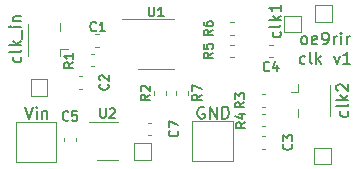
<source format=gto>
G04 #@! TF.GenerationSoftware,KiCad,Pcbnew,5.1.6+dfsg1-1~bpo9+1*
G04 #@! TF.CreationDate,2021-11-05T21:37:23+01:00*
G04 #@! TF.ProjectId,sdrtrx-plutoclk,73647274-7278-42d7-906c-75746f636c6b,rev?*
G04 #@! TF.SameCoordinates,Original*
G04 #@! TF.FileFunction,Legend,Top*
G04 #@! TF.FilePolarity,Positive*
%FSLAX46Y46*%
G04 Gerber Fmt 4.6, Leading zero omitted, Abs format (unit mm)*
G04 Created by KiCad (PCBNEW 5.1.6+dfsg1-1~bpo9+1) date 2021-11-05 21:37:23*
%MOMM*%
%LPD*%
G01*
G04 APERTURE LIST*
%ADD10C,0.150000*%
%ADD11C,0.120000*%
%ADD12R,1.100000X1.100000*%
%ADD13R,2.300000X1.150000*%
%ADD14R,1.150000X1.100000*%
%ADD15R,1.300000X0.750000*%
%ADD16R,3.100000X3.100000*%
G04 APERTURE END LIST*
D10*
X142049595Y-84018500D02*
X141954357Y-83970880D01*
X141811500Y-83970880D01*
X141668642Y-84018500D01*
X141573404Y-84113738D01*
X141525785Y-84208976D01*
X141478166Y-84399452D01*
X141478166Y-84542309D01*
X141525785Y-84732785D01*
X141573404Y-84828023D01*
X141668642Y-84923261D01*
X141811500Y-84970880D01*
X141906738Y-84970880D01*
X142049595Y-84923261D01*
X142097214Y-84875642D01*
X142097214Y-84542309D01*
X141906738Y-84542309D01*
X142525785Y-84970880D02*
X142525785Y-83970880D01*
X143097214Y-84970880D01*
X143097214Y-83970880D01*
X143573404Y-84970880D02*
X143573404Y-83970880D01*
X143811500Y-83970880D01*
X143954357Y-84018500D01*
X144049595Y-84113738D01*
X144097214Y-84208976D01*
X144144833Y-84399452D01*
X144144833Y-84542309D01*
X144097214Y-84732785D01*
X144049595Y-84828023D01*
X143954357Y-84923261D01*
X143811500Y-84970880D01*
X143573404Y-84970880D01*
X126865190Y-83970880D02*
X127198523Y-84970880D01*
X127531857Y-83970880D01*
X127865190Y-84970880D02*
X127865190Y-84304214D01*
X127865190Y-83970880D02*
X127817571Y-84018500D01*
X127865190Y-84066119D01*
X127912809Y-84018500D01*
X127865190Y-83970880D01*
X127865190Y-84066119D01*
X128341380Y-84304214D02*
X128341380Y-84970880D01*
X128341380Y-84399452D02*
X128389000Y-84351833D01*
X128484238Y-84304214D01*
X128627095Y-84304214D01*
X128722333Y-84351833D01*
X128769952Y-84447071D01*
X128769952Y-84970880D01*
X126515761Y-79732000D02*
X126563380Y-79827238D01*
X126563380Y-80017714D01*
X126515761Y-80112952D01*
X126468142Y-80160571D01*
X126372904Y-80208190D01*
X126087190Y-80208190D01*
X125991952Y-80160571D01*
X125944333Y-80112952D01*
X125896714Y-80017714D01*
X125896714Y-79827238D01*
X125944333Y-79732000D01*
X126563380Y-79160571D02*
X126515761Y-79255809D01*
X126420523Y-79303428D01*
X125563380Y-79303428D01*
X126563380Y-78779619D02*
X125563380Y-78779619D01*
X126182428Y-78684380D02*
X126563380Y-78398666D01*
X125896714Y-78398666D02*
X126277666Y-78779619D01*
X126658619Y-78208190D02*
X126658619Y-77446285D01*
X126563380Y-77208190D02*
X125896714Y-77208190D01*
X125563380Y-77208190D02*
X125611000Y-77255809D01*
X125658619Y-77208190D01*
X125611000Y-77160571D01*
X125563380Y-77208190D01*
X125658619Y-77208190D01*
X125896714Y-76732000D02*
X126563380Y-76732000D01*
X125991952Y-76732000D02*
X125944333Y-76684380D01*
X125896714Y-76589142D01*
X125896714Y-76446285D01*
X125944333Y-76351047D01*
X126039571Y-76303428D01*
X126563380Y-76303428D01*
X154201761Y-84343761D02*
X154249380Y-84439000D01*
X154249380Y-84629476D01*
X154201761Y-84724714D01*
X154154142Y-84772333D01*
X154058904Y-84819952D01*
X153773190Y-84819952D01*
X153677952Y-84772333D01*
X153630333Y-84724714D01*
X153582714Y-84629476D01*
X153582714Y-84439000D01*
X153630333Y-84343761D01*
X154249380Y-83772333D02*
X154201761Y-83867571D01*
X154106523Y-83915190D01*
X153249380Y-83915190D01*
X154249380Y-83391380D02*
X153249380Y-83391380D01*
X153868428Y-83296142D02*
X154249380Y-83010428D01*
X153582714Y-83010428D02*
X153963666Y-83391380D01*
X153344619Y-82629476D02*
X153297000Y-82581857D01*
X153249380Y-82486619D01*
X153249380Y-82248523D01*
X153297000Y-82153285D01*
X153344619Y-82105666D01*
X153439857Y-82058047D01*
X153535095Y-82058047D01*
X153677952Y-82105666D01*
X154249380Y-82677095D01*
X154249380Y-82058047D01*
X148486761Y-77612761D02*
X148534380Y-77708000D01*
X148534380Y-77898476D01*
X148486761Y-77993714D01*
X148439142Y-78041333D01*
X148343904Y-78088952D01*
X148058190Y-78088952D01*
X147962952Y-78041333D01*
X147915333Y-77993714D01*
X147867714Y-77898476D01*
X147867714Y-77708000D01*
X147915333Y-77612761D01*
X148534380Y-77041333D02*
X148486761Y-77136571D01*
X148391523Y-77184190D01*
X147534380Y-77184190D01*
X148534380Y-76660380D02*
X147534380Y-76660380D01*
X148153428Y-76565142D02*
X148534380Y-76279428D01*
X147867714Y-76279428D02*
X148248666Y-76660380D01*
X148534380Y-75327047D02*
X148534380Y-75898476D01*
X148534380Y-75612761D02*
X147534380Y-75612761D01*
X147677238Y-75708000D01*
X147772476Y-75803238D01*
X147820095Y-75898476D01*
X150439666Y-78684880D02*
X150344428Y-78637261D01*
X150296809Y-78589642D01*
X150249190Y-78494404D01*
X150249190Y-78208690D01*
X150296809Y-78113452D01*
X150344428Y-78065833D01*
X150439666Y-78018214D01*
X150582523Y-78018214D01*
X150677761Y-78065833D01*
X150725380Y-78113452D01*
X150773000Y-78208690D01*
X150773000Y-78494404D01*
X150725380Y-78589642D01*
X150677761Y-78637261D01*
X150582523Y-78684880D01*
X150439666Y-78684880D01*
X151582523Y-78637261D02*
X151487285Y-78684880D01*
X151296809Y-78684880D01*
X151201571Y-78637261D01*
X151153952Y-78542023D01*
X151153952Y-78161071D01*
X151201571Y-78065833D01*
X151296809Y-78018214D01*
X151487285Y-78018214D01*
X151582523Y-78065833D01*
X151630142Y-78161071D01*
X151630142Y-78256309D01*
X151153952Y-78351547D01*
X152106333Y-78684880D02*
X152296809Y-78684880D01*
X152392047Y-78637261D01*
X152439666Y-78589642D01*
X152534904Y-78446785D01*
X152582523Y-78256309D01*
X152582523Y-77875357D01*
X152534904Y-77780119D01*
X152487285Y-77732500D01*
X152392047Y-77684880D01*
X152201571Y-77684880D01*
X152106333Y-77732500D01*
X152058714Y-77780119D01*
X152011095Y-77875357D01*
X152011095Y-78113452D01*
X152058714Y-78208690D01*
X152106333Y-78256309D01*
X152201571Y-78303928D01*
X152392047Y-78303928D01*
X152487285Y-78256309D01*
X152534904Y-78208690D01*
X152582523Y-78113452D01*
X153011095Y-78684880D02*
X153011095Y-78018214D01*
X153011095Y-78208690D02*
X153058714Y-78113452D01*
X153106333Y-78065833D01*
X153201571Y-78018214D01*
X153296809Y-78018214D01*
X153630142Y-78684880D02*
X153630142Y-78018214D01*
X153630142Y-77684880D02*
X153582523Y-77732500D01*
X153630142Y-77780119D01*
X153677761Y-77732500D01*
X153630142Y-77684880D01*
X153630142Y-77780119D01*
X154106333Y-78684880D02*
X154106333Y-78018214D01*
X154106333Y-78208690D02*
X154153952Y-78113452D01*
X154201571Y-78065833D01*
X154296809Y-78018214D01*
X154392047Y-78018214D01*
X150606333Y-80287261D02*
X150511095Y-80334880D01*
X150320619Y-80334880D01*
X150225380Y-80287261D01*
X150177761Y-80239642D01*
X150130142Y-80144404D01*
X150130142Y-79858690D01*
X150177761Y-79763452D01*
X150225380Y-79715833D01*
X150320619Y-79668214D01*
X150511095Y-79668214D01*
X150606333Y-79715833D01*
X151177761Y-80334880D02*
X151082523Y-80287261D01*
X151034904Y-80192023D01*
X151034904Y-79334880D01*
X151558714Y-80334880D02*
X151558714Y-79334880D01*
X151653952Y-79953928D02*
X151939666Y-80334880D01*
X151939666Y-79668214D02*
X151558714Y-80049166D01*
X153034904Y-79668214D02*
X153273000Y-80334880D01*
X153511095Y-79668214D01*
X154415857Y-80334880D02*
X153844428Y-80334880D01*
X154130142Y-80334880D02*
X154130142Y-79334880D01*
X154034904Y-79477738D01*
X153939666Y-79572976D01*
X153844428Y-79620595D01*
D11*
X136142500Y-88457000D02*
X136142500Y-87057000D01*
X137542500Y-88457000D02*
X136142500Y-88457000D01*
X137542500Y-87057000D02*
X137542500Y-88457000D01*
X136142500Y-87057000D02*
X137542500Y-87057000D01*
X150025000Y-82039000D02*
X150025000Y-82679000D01*
X150025000Y-84839000D02*
X150025000Y-84199000D01*
X150025000Y-82679000D02*
X149395000Y-82679000D01*
X152745000Y-82089000D02*
X152745000Y-84789000D01*
X129884000Y-79710000D02*
X129884000Y-79070000D01*
X129884000Y-76910000D02*
X129884000Y-77550000D01*
X129884000Y-79070000D02*
X130514000Y-79070000D01*
X127164000Y-79660000D02*
X127164000Y-76960000D01*
X151382500Y-87438000D02*
X152782500Y-87438000D01*
X152782500Y-87438000D02*
X152782500Y-88838000D01*
X152782500Y-88838000D02*
X151382500Y-88838000D01*
X151382500Y-88838000D02*
X151382500Y-87438000D01*
X127379500Y-81659500D02*
X128779500Y-81659500D01*
X128779500Y-81659500D02*
X128779500Y-83059500D01*
X128779500Y-83059500D02*
X127379500Y-83059500D01*
X127379500Y-83059500D02*
X127379500Y-81659500D01*
X132958000Y-88478000D02*
X134758000Y-88478000D01*
X134758000Y-85258000D02*
X132308000Y-85258000D01*
X137251221Y-85342000D02*
X137576779Y-85342000D01*
X137251221Y-86362000D02*
X137576779Y-86362000D01*
X131193000Y-86578221D02*
X131193000Y-86903779D01*
X130173000Y-86578221D02*
X130173000Y-86903779D01*
X140718000Y-82641221D02*
X140718000Y-82966779D01*
X139698000Y-82641221D02*
X139698000Y-82966779D01*
X137987000Y-80771000D02*
X139487000Y-80771000D01*
X137987000Y-80771000D02*
X136487000Y-80771000D01*
X137987000Y-76551000D02*
X139487000Y-76551000D01*
X137987000Y-76551000D02*
X135112000Y-76551000D01*
X144587279Y-77853000D02*
X144261721Y-77853000D01*
X144587279Y-76833000D02*
X144261721Y-76833000D01*
X144561779Y-79758000D02*
X144236221Y-79758000D01*
X144561779Y-78738000D02*
X144236221Y-78738000D01*
X147228779Y-85600000D02*
X146903221Y-85600000D01*
X147228779Y-84580000D02*
X146903221Y-84580000D01*
X147228779Y-83949000D02*
X146903221Y-83949000D01*
X147228779Y-82929000D02*
X146903221Y-82929000D01*
X137793000Y-82966779D02*
X137793000Y-82641221D01*
X138813000Y-82966779D02*
X138813000Y-82641221D01*
X132425221Y-79500000D02*
X132750779Y-79500000D01*
X132425221Y-80520000D02*
X132750779Y-80520000D01*
X151446000Y-75373000D02*
X152846000Y-75373000D01*
X152846000Y-75373000D02*
X152846000Y-76773000D01*
X152846000Y-76773000D02*
X151446000Y-76773000D01*
X151446000Y-76773000D02*
X151446000Y-75373000D01*
X141048000Y-85168000D02*
X144448000Y-85168000D01*
X144448000Y-85168000D02*
X144448000Y-88568000D01*
X144448000Y-88568000D02*
X141048000Y-88568000D01*
X141048000Y-88568000D02*
X141048000Y-85168000D01*
X126125500Y-85231500D02*
X129525500Y-85231500D01*
X129525500Y-85231500D02*
X129525500Y-88631500D01*
X129525500Y-88631500D02*
X126125500Y-88631500D01*
X126125500Y-88631500D02*
X126125500Y-85231500D01*
X148842500Y-76262000D02*
X150242500Y-76262000D01*
X150242500Y-76262000D02*
X150242500Y-77662000D01*
X150242500Y-77662000D02*
X148842500Y-77662000D01*
X148842500Y-77662000D02*
X148842500Y-76262000D01*
X147863779Y-79758000D02*
X147538221Y-79758000D01*
X147863779Y-78738000D02*
X147538221Y-78738000D01*
X146903221Y-86485000D02*
X147228779Y-86485000D01*
X146903221Y-87505000D02*
X147228779Y-87505000D01*
X131734779Y-82425000D02*
X131409221Y-82425000D01*
X131734779Y-81405000D02*
X131409221Y-81405000D01*
X133131779Y-78869000D02*
X132806221Y-78869000D01*
X133131779Y-77849000D02*
X132806221Y-77849000D01*
D10*
X133248476Y-84080404D02*
X133248476Y-84728023D01*
X133286571Y-84804214D01*
X133324666Y-84842309D01*
X133400857Y-84880404D01*
X133553238Y-84880404D01*
X133629428Y-84842309D01*
X133667523Y-84804214D01*
X133705619Y-84728023D01*
X133705619Y-84080404D01*
X134048476Y-84156595D02*
X134086571Y-84118500D01*
X134162761Y-84080404D01*
X134353238Y-84080404D01*
X134429428Y-84118500D01*
X134467523Y-84156595D01*
X134505619Y-84232785D01*
X134505619Y-84308976D01*
X134467523Y-84423261D01*
X134010380Y-84880404D01*
X134505619Y-84880404D01*
X139795214Y-85985333D02*
X139833309Y-86023428D01*
X139871404Y-86137714D01*
X139871404Y-86213904D01*
X139833309Y-86328190D01*
X139757119Y-86404380D01*
X139680928Y-86442476D01*
X139528547Y-86480571D01*
X139414261Y-86480571D01*
X139261880Y-86442476D01*
X139185690Y-86404380D01*
X139109500Y-86328190D01*
X139071404Y-86213904D01*
X139071404Y-86137714D01*
X139109500Y-86023428D01*
X139147595Y-85985333D01*
X139071404Y-85718666D02*
X139071404Y-85185333D01*
X139871404Y-85528190D01*
X130549666Y-85058214D02*
X130511571Y-85096309D01*
X130397285Y-85134404D01*
X130321095Y-85134404D01*
X130206809Y-85096309D01*
X130130619Y-85020119D01*
X130092523Y-84943928D01*
X130054428Y-84791547D01*
X130054428Y-84677261D01*
X130092523Y-84524880D01*
X130130619Y-84448690D01*
X130206809Y-84372500D01*
X130321095Y-84334404D01*
X130397285Y-84334404D01*
X130511571Y-84372500D01*
X130549666Y-84410595D01*
X131273476Y-84334404D02*
X130892523Y-84334404D01*
X130854428Y-84715357D01*
X130892523Y-84677261D01*
X130968714Y-84639166D01*
X131159190Y-84639166D01*
X131235380Y-84677261D01*
X131273476Y-84715357D01*
X131311571Y-84791547D01*
X131311571Y-84982023D01*
X131273476Y-85058214D01*
X131235380Y-85096309D01*
X131159190Y-85134404D01*
X130968714Y-85134404D01*
X130892523Y-85096309D01*
X130854428Y-85058214D01*
X141839904Y-82937333D02*
X141458952Y-83204000D01*
X141839904Y-83394476D02*
X141039904Y-83394476D01*
X141039904Y-83089714D01*
X141078000Y-83013523D01*
X141116095Y-82975428D01*
X141192285Y-82937333D01*
X141306571Y-82937333D01*
X141382761Y-82975428D01*
X141420857Y-83013523D01*
X141458952Y-83089714D01*
X141458952Y-83394476D01*
X141039904Y-82670666D02*
X141039904Y-82137333D01*
X141839904Y-82480190D01*
X137375976Y-75507904D02*
X137375976Y-76155523D01*
X137414071Y-76231714D01*
X137452166Y-76269809D01*
X137528357Y-76307904D01*
X137680738Y-76307904D01*
X137756928Y-76269809D01*
X137795023Y-76231714D01*
X137833119Y-76155523D01*
X137833119Y-75507904D01*
X138633119Y-76307904D02*
X138175976Y-76307904D01*
X138404547Y-76307904D02*
X138404547Y-75507904D01*
X138328357Y-75622190D01*
X138252166Y-75698380D01*
X138175976Y-75736476D01*
X142792404Y-77476333D02*
X142411452Y-77743000D01*
X142792404Y-77933476D02*
X141992404Y-77933476D01*
X141992404Y-77628714D01*
X142030500Y-77552523D01*
X142068595Y-77514428D01*
X142144785Y-77476333D01*
X142259071Y-77476333D01*
X142335261Y-77514428D01*
X142373357Y-77552523D01*
X142411452Y-77628714D01*
X142411452Y-77933476D01*
X141992404Y-76790619D02*
X141992404Y-76943000D01*
X142030500Y-77019190D01*
X142068595Y-77057285D01*
X142182880Y-77133476D01*
X142335261Y-77171571D01*
X142640023Y-77171571D01*
X142716214Y-77133476D01*
X142754309Y-77095380D01*
X142792404Y-77019190D01*
X142792404Y-76866809D01*
X142754309Y-76790619D01*
X142716214Y-76752523D01*
X142640023Y-76714428D01*
X142449547Y-76714428D01*
X142373357Y-76752523D01*
X142335261Y-76790619D01*
X142297166Y-76866809D01*
X142297166Y-77019190D01*
X142335261Y-77095380D01*
X142373357Y-77133476D01*
X142449547Y-77171571D01*
X142792404Y-79381333D02*
X142411452Y-79648000D01*
X142792404Y-79838476D02*
X141992404Y-79838476D01*
X141992404Y-79533714D01*
X142030500Y-79457523D01*
X142068595Y-79419428D01*
X142144785Y-79381333D01*
X142259071Y-79381333D01*
X142335261Y-79419428D01*
X142373357Y-79457523D01*
X142411452Y-79533714D01*
X142411452Y-79838476D01*
X141992404Y-78657523D02*
X141992404Y-79038476D01*
X142373357Y-79076571D01*
X142335261Y-79038476D01*
X142297166Y-78962285D01*
X142297166Y-78771809D01*
X142335261Y-78695619D01*
X142373357Y-78657523D01*
X142449547Y-78619428D01*
X142640023Y-78619428D01*
X142716214Y-78657523D01*
X142754309Y-78695619D01*
X142792404Y-78771809D01*
X142792404Y-78962285D01*
X142754309Y-79038476D01*
X142716214Y-79076571D01*
X145522904Y-85286833D02*
X145141952Y-85553500D01*
X145522904Y-85743976D02*
X144722904Y-85743976D01*
X144722904Y-85439214D01*
X144761000Y-85363023D01*
X144799095Y-85324928D01*
X144875285Y-85286833D01*
X144989571Y-85286833D01*
X145065761Y-85324928D01*
X145103857Y-85363023D01*
X145141952Y-85439214D01*
X145141952Y-85743976D01*
X144989571Y-84601119D02*
X145522904Y-84601119D01*
X144684809Y-84791595D02*
X145256238Y-84982071D01*
X145256238Y-84486833D01*
X145459404Y-83572333D02*
X145078452Y-83839000D01*
X145459404Y-84029476D02*
X144659404Y-84029476D01*
X144659404Y-83724714D01*
X144697500Y-83648523D01*
X144735595Y-83610428D01*
X144811785Y-83572333D01*
X144926071Y-83572333D01*
X145002261Y-83610428D01*
X145040357Y-83648523D01*
X145078452Y-83724714D01*
X145078452Y-84029476D01*
X144659404Y-83305666D02*
X144659404Y-82810428D01*
X144964166Y-83077095D01*
X144964166Y-82962809D01*
X145002261Y-82886619D01*
X145040357Y-82848523D01*
X145116547Y-82810428D01*
X145307023Y-82810428D01*
X145383214Y-82848523D01*
X145421309Y-82886619D01*
X145459404Y-82962809D01*
X145459404Y-83191380D01*
X145421309Y-83267571D01*
X145383214Y-83305666D01*
X137458404Y-82937333D02*
X137077452Y-83204000D01*
X137458404Y-83394476D02*
X136658404Y-83394476D01*
X136658404Y-83089714D01*
X136696500Y-83013523D01*
X136734595Y-82975428D01*
X136810785Y-82937333D01*
X136925071Y-82937333D01*
X137001261Y-82975428D01*
X137039357Y-83013523D01*
X137077452Y-83089714D01*
X137077452Y-83394476D01*
X136734595Y-82632571D02*
X136696500Y-82594476D01*
X136658404Y-82518285D01*
X136658404Y-82327809D01*
X136696500Y-82251619D01*
X136734595Y-82213523D01*
X136810785Y-82175428D01*
X136886976Y-82175428D01*
X137001261Y-82213523D01*
X137458404Y-82670666D01*
X137458404Y-82175428D01*
X130981404Y-80206833D02*
X130600452Y-80473500D01*
X130981404Y-80663976D02*
X130181404Y-80663976D01*
X130181404Y-80359214D01*
X130219500Y-80283023D01*
X130257595Y-80244928D01*
X130333785Y-80206833D01*
X130448071Y-80206833D01*
X130524261Y-80244928D01*
X130562357Y-80283023D01*
X130600452Y-80359214D01*
X130600452Y-80663976D01*
X130981404Y-79444928D02*
X130981404Y-79902071D01*
X130981404Y-79673500D02*
X130181404Y-79673500D01*
X130295690Y-79749690D01*
X130371880Y-79825880D01*
X130409976Y-79902071D01*
X147567666Y-80867214D02*
X147529571Y-80905309D01*
X147415285Y-80943404D01*
X147339095Y-80943404D01*
X147224809Y-80905309D01*
X147148619Y-80829119D01*
X147110523Y-80752928D01*
X147072428Y-80600547D01*
X147072428Y-80486261D01*
X147110523Y-80333880D01*
X147148619Y-80257690D01*
X147224809Y-80181500D01*
X147339095Y-80143404D01*
X147415285Y-80143404D01*
X147529571Y-80181500D01*
X147567666Y-80219595D01*
X148253380Y-80410071D02*
X148253380Y-80943404D01*
X148062904Y-80105309D02*
X147872428Y-80676738D01*
X148367666Y-80676738D01*
X149447214Y-87128333D02*
X149485309Y-87166428D01*
X149523404Y-87280714D01*
X149523404Y-87356904D01*
X149485309Y-87471190D01*
X149409119Y-87547380D01*
X149332928Y-87585476D01*
X149180547Y-87623571D01*
X149066261Y-87623571D01*
X148913880Y-87585476D01*
X148837690Y-87547380D01*
X148761500Y-87471190D01*
X148723404Y-87356904D01*
X148723404Y-87280714D01*
X148761500Y-87166428D01*
X148799595Y-87128333D01*
X148723404Y-86861666D02*
X148723404Y-86366428D01*
X149028166Y-86633095D01*
X149028166Y-86518809D01*
X149066261Y-86442619D01*
X149104357Y-86404523D01*
X149180547Y-86366428D01*
X149371023Y-86366428D01*
X149447214Y-86404523D01*
X149485309Y-86442619D01*
X149523404Y-86518809D01*
X149523404Y-86747380D01*
X149485309Y-86823571D01*
X149447214Y-86861666D01*
X133889714Y-82048333D02*
X133927809Y-82086428D01*
X133965904Y-82200714D01*
X133965904Y-82276904D01*
X133927809Y-82391190D01*
X133851619Y-82467380D01*
X133775428Y-82505476D01*
X133623047Y-82543571D01*
X133508761Y-82543571D01*
X133356380Y-82505476D01*
X133280190Y-82467380D01*
X133204000Y-82391190D01*
X133165904Y-82276904D01*
X133165904Y-82200714D01*
X133204000Y-82086428D01*
X133242095Y-82048333D01*
X133242095Y-81743571D02*
X133204000Y-81705476D01*
X133165904Y-81629285D01*
X133165904Y-81438809D01*
X133204000Y-81362619D01*
X133242095Y-81324523D01*
X133318285Y-81286428D01*
X133394476Y-81286428D01*
X133508761Y-81324523D01*
X133965904Y-81781666D01*
X133965904Y-81286428D01*
X132899166Y-77501714D02*
X132861071Y-77539809D01*
X132746785Y-77577904D01*
X132670595Y-77577904D01*
X132556309Y-77539809D01*
X132480119Y-77463619D01*
X132442023Y-77387428D01*
X132403928Y-77235047D01*
X132403928Y-77120761D01*
X132442023Y-76968380D01*
X132480119Y-76892190D01*
X132556309Y-76816000D01*
X132670595Y-76777904D01*
X132746785Y-76777904D01*
X132861071Y-76816000D01*
X132899166Y-76854095D01*
X133661071Y-77577904D02*
X133203928Y-77577904D01*
X133432500Y-77577904D02*
X133432500Y-76777904D01*
X133356309Y-76892190D01*
X133280119Y-76968380D01*
X133203928Y-77006476D01*
%LPC*%
D12*
X136842500Y-87757000D03*
D13*
X151385000Y-81964000D03*
D14*
X149860000Y-83439000D03*
D13*
X151385000Y-84914000D03*
X128524000Y-79785000D03*
D14*
X130049000Y-78310000D03*
D13*
X128524000Y-76835000D03*
D12*
X152082500Y-88138000D03*
X128079500Y-82359500D03*
D15*
X135008000Y-85918000D03*
X135008000Y-87818000D03*
X132708000Y-87818000D03*
X132708000Y-86868000D03*
X132708000Y-85918000D03*
G36*
G01*
X137714000Y-86133250D02*
X137714000Y-85570750D01*
G75*
G02*
X137957750Y-85327000I243750J0D01*
G01*
X138445250Y-85327000D01*
G75*
G02*
X138689000Y-85570750I0J-243750D01*
G01*
X138689000Y-86133250D01*
G75*
G02*
X138445250Y-86377000I-243750J0D01*
G01*
X137957750Y-86377000D01*
G75*
G02*
X137714000Y-86133250I0J243750D01*
G01*
G37*
G36*
G01*
X136139000Y-86133250D02*
X136139000Y-85570750D01*
G75*
G02*
X136382750Y-85327000I243750J0D01*
G01*
X136870250Y-85327000D01*
G75*
G02*
X137114000Y-85570750I0J-243750D01*
G01*
X137114000Y-86133250D01*
G75*
G02*
X136870250Y-86377000I-243750J0D01*
G01*
X136382750Y-86377000D01*
G75*
G02*
X136139000Y-86133250I0J243750D01*
G01*
G37*
G36*
G01*
X130401750Y-87041000D02*
X130964250Y-87041000D01*
G75*
G02*
X131208000Y-87284750I0J-243750D01*
G01*
X131208000Y-87772250D01*
G75*
G02*
X130964250Y-88016000I-243750J0D01*
G01*
X130401750Y-88016000D01*
G75*
G02*
X130158000Y-87772250I0J243750D01*
G01*
X130158000Y-87284750D01*
G75*
G02*
X130401750Y-87041000I243750J0D01*
G01*
G37*
G36*
G01*
X130401750Y-85466000D02*
X130964250Y-85466000D01*
G75*
G02*
X131208000Y-85709750I0J-243750D01*
G01*
X131208000Y-86197250D01*
G75*
G02*
X130964250Y-86441000I-243750J0D01*
G01*
X130401750Y-86441000D01*
G75*
G02*
X130158000Y-86197250I0J243750D01*
G01*
X130158000Y-85709750D01*
G75*
G02*
X130401750Y-85466000I243750J0D01*
G01*
G37*
G36*
G01*
X139926750Y-83104000D02*
X140489250Y-83104000D01*
G75*
G02*
X140733000Y-83347750I0J-243750D01*
G01*
X140733000Y-83835250D01*
G75*
G02*
X140489250Y-84079000I-243750J0D01*
G01*
X139926750Y-84079000D01*
G75*
G02*
X139683000Y-83835250I0J243750D01*
G01*
X139683000Y-83347750D01*
G75*
G02*
X139926750Y-83104000I243750J0D01*
G01*
G37*
G36*
G01*
X139926750Y-81529000D02*
X140489250Y-81529000D01*
G75*
G02*
X140733000Y-81772750I0J-243750D01*
G01*
X140733000Y-82260250D01*
G75*
G02*
X140489250Y-82504000I-243750J0D01*
G01*
X139926750Y-82504000D01*
G75*
G02*
X139683000Y-82260250I0J243750D01*
G01*
X139683000Y-81772750D01*
G75*
G02*
X139926750Y-81529000I243750J0D01*
G01*
G37*
G36*
G01*
X139362000Y-77161000D02*
X139362000Y-76911000D01*
G75*
G02*
X139487000Y-76786000I125000J0D01*
G01*
X140787000Y-76786000D01*
G75*
G02*
X140912000Y-76911000I0J-125000D01*
G01*
X140912000Y-77161000D01*
G75*
G02*
X140787000Y-77286000I-125000J0D01*
G01*
X139487000Y-77286000D01*
G75*
G02*
X139362000Y-77161000I0J125000D01*
G01*
G37*
G36*
G01*
X139362000Y-77811000D02*
X139362000Y-77561000D01*
G75*
G02*
X139487000Y-77436000I125000J0D01*
G01*
X140787000Y-77436000D01*
G75*
G02*
X140912000Y-77561000I0J-125000D01*
G01*
X140912000Y-77811000D01*
G75*
G02*
X140787000Y-77936000I-125000J0D01*
G01*
X139487000Y-77936000D01*
G75*
G02*
X139362000Y-77811000I0J125000D01*
G01*
G37*
G36*
G01*
X139362000Y-78461000D02*
X139362000Y-78211000D01*
G75*
G02*
X139487000Y-78086000I125000J0D01*
G01*
X140787000Y-78086000D01*
G75*
G02*
X140912000Y-78211000I0J-125000D01*
G01*
X140912000Y-78461000D01*
G75*
G02*
X140787000Y-78586000I-125000J0D01*
G01*
X139487000Y-78586000D01*
G75*
G02*
X139362000Y-78461000I0J125000D01*
G01*
G37*
G36*
G01*
X139362000Y-79111000D02*
X139362000Y-78861000D01*
G75*
G02*
X139487000Y-78736000I125000J0D01*
G01*
X140787000Y-78736000D01*
G75*
G02*
X140912000Y-78861000I0J-125000D01*
G01*
X140912000Y-79111000D01*
G75*
G02*
X140787000Y-79236000I-125000J0D01*
G01*
X139487000Y-79236000D01*
G75*
G02*
X139362000Y-79111000I0J125000D01*
G01*
G37*
G36*
G01*
X139362000Y-79761000D02*
X139362000Y-79511000D01*
G75*
G02*
X139487000Y-79386000I125000J0D01*
G01*
X140787000Y-79386000D01*
G75*
G02*
X140912000Y-79511000I0J-125000D01*
G01*
X140912000Y-79761000D01*
G75*
G02*
X140787000Y-79886000I-125000J0D01*
G01*
X139487000Y-79886000D01*
G75*
G02*
X139362000Y-79761000I0J125000D01*
G01*
G37*
G36*
G01*
X139362000Y-80411000D02*
X139362000Y-80161000D01*
G75*
G02*
X139487000Y-80036000I125000J0D01*
G01*
X140787000Y-80036000D01*
G75*
G02*
X140912000Y-80161000I0J-125000D01*
G01*
X140912000Y-80411000D01*
G75*
G02*
X140787000Y-80536000I-125000J0D01*
G01*
X139487000Y-80536000D01*
G75*
G02*
X139362000Y-80411000I0J125000D01*
G01*
G37*
G36*
G01*
X135062000Y-80411000D02*
X135062000Y-80161000D01*
G75*
G02*
X135187000Y-80036000I125000J0D01*
G01*
X136487000Y-80036000D01*
G75*
G02*
X136612000Y-80161000I0J-125000D01*
G01*
X136612000Y-80411000D01*
G75*
G02*
X136487000Y-80536000I-125000J0D01*
G01*
X135187000Y-80536000D01*
G75*
G02*
X135062000Y-80411000I0J125000D01*
G01*
G37*
G36*
G01*
X135062000Y-79761000D02*
X135062000Y-79511000D01*
G75*
G02*
X135187000Y-79386000I125000J0D01*
G01*
X136487000Y-79386000D01*
G75*
G02*
X136612000Y-79511000I0J-125000D01*
G01*
X136612000Y-79761000D01*
G75*
G02*
X136487000Y-79886000I-125000J0D01*
G01*
X135187000Y-79886000D01*
G75*
G02*
X135062000Y-79761000I0J125000D01*
G01*
G37*
G36*
G01*
X135062000Y-79111000D02*
X135062000Y-78861000D01*
G75*
G02*
X135187000Y-78736000I125000J0D01*
G01*
X136487000Y-78736000D01*
G75*
G02*
X136612000Y-78861000I0J-125000D01*
G01*
X136612000Y-79111000D01*
G75*
G02*
X136487000Y-79236000I-125000J0D01*
G01*
X135187000Y-79236000D01*
G75*
G02*
X135062000Y-79111000I0J125000D01*
G01*
G37*
G36*
G01*
X135062000Y-78461000D02*
X135062000Y-78211000D01*
G75*
G02*
X135187000Y-78086000I125000J0D01*
G01*
X136487000Y-78086000D01*
G75*
G02*
X136612000Y-78211000I0J-125000D01*
G01*
X136612000Y-78461000D01*
G75*
G02*
X136487000Y-78586000I-125000J0D01*
G01*
X135187000Y-78586000D01*
G75*
G02*
X135062000Y-78461000I0J125000D01*
G01*
G37*
G36*
G01*
X135062000Y-77811000D02*
X135062000Y-77561000D01*
G75*
G02*
X135187000Y-77436000I125000J0D01*
G01*
X136487000Y-77436000D01*
G75*
G02*
X136612000Y-77561000I0J-125000D01*
G01*
X136612000Y-77811000D01*
G75*
G02*
X136487000Y-77936000I-125000J0D01*
G01*
X135187000Y-77936000D01*
G75*
G02*
X135062000Y-77811000I0J125000D01*
G01*
G37*
G36*
G01*
X135062000Y-77161000D02*
X135062000Y-76911000D01*
G75*
G02*
X135187000Y-76786000I125000J0D01*
G01*
X136487000Y-76786000D01*
G75*
G02*
X136612000Y-76911000I0J-125000D01*
G01*
X136612000Y-77161000D01*
G75*
G02*
X136487000Y-77286000I-125000J0D01*
G01*
X135187000Y-77286000D01*
G75*
G02*
X135062000Y-77161000I0J125000D01*
G01*
G37*
G36*
G01*
X144124500Y-77061750D02*
X144124500Y-77624250D01*
G75*
G02*
X143880750Y-77868000I-243750J0D01*
G01*
X143393250Y-77868000D01*
G75*
G02*
X143149500Y-77624250I0J243750D01*
G01*
X143149500Y-77061750D01*
G75*
G02*
X143393250Y-76818000I243750J0D01*
G01*
X143880750Y-76818000D01*
G75*
G02*
X144124500Y-77061750I0J-243750D01*
G01*
G37*
G36*
G01*
X145699500Y-77061750D02*
X145699500Y-77624250D01*
G75*
G02*
X145455750Y-77868000I-243750J0D01*
G01*
X144968250Y-77868000D01*
G75*
G02*
X144724500Y-77624250I0J243750D01*
G01*
X144724500Y-77061750D01*
G75*
G02*
X144968250Y-76818000I243750J0D01*
G01*
X145455750Y-76818000D01*
G75*
G02*
X145699500Y-77061750I0J-243750D01*
G01*
G37*
G36*
G01*
X144099000Y-78966750D02*
X144099000Y-79529250D01*
G75*
G02*
X143855250Y-79773000I-243750J0D01*
G01*
X143367750Y-79773000D01*
G75*
G02*
X143124000Y-79529250I0J243750D01*
G01*
X143124000Y-78966750D01*
G75*
G02*
X143367750Y-78723000I243750J0D01*
G01*
X143855250Y-78723000D01*
G75*
G02*
X144099000Y-78966750I0J-243750D01*
G01*
G37*
G36*
G01*
X145674000Y-78966750D02*
X145674000Y-79529250D01*
G75*
G02*
X145430250Y-79773000I-243750J0D01*
G01*
X144942750Y-79773000D01*
G75*
G02*
X144699000Y-79529250I0J243750D01*
G01*
X144699000Y-78966750D01*
G75*
G02*
X144942750Y-78723000I243750J0D01*
G01*
X145430250Y-78723000D01*
G75*
G02*
X145674000Y-78966750I0J-243750D01*
G01*
G37*
G36*
G01*
X146766000Y-84808750D02*
X146766000Y-85371250D01*
G75*
G02*
X146522250Y-85615000I-243750J0D01*
G01*
X146034750Y-85615000D01*
G75*
G02*
X145791000Y-85371250I0J243750D01*
G01*
X145791000Y-84808750D01*
G75*
G02*
X146034750Y-84565000I243750J0D01*
G01*
X146522250Y-84565000D01*
G75*
G02*
X146766000Y-84808750I0J-243750D01*
G01*
G37*
G36*
G01*
X148341000Y-84808750D02*
X148341000Y-85371250D01*
G75*
G02*
X148097250Y-85615000I-243750J0D01*
G01*
X147609750Y-85615000D01*
G75*
G02*
X147366000Y-85371250I0J243750D01*
G01*
X147366000Y-84808750D01*
G75*
G02*
X147609750Y-84565000I243750J0D01*
G01*
X148097250Y-84565000D01*
G75*
G02*
X148341000Y-84808750I0J-243750D01*
G01*
G37*
G36*
G01*
X146766000Y-83157750D02*
X146766000Y-83720250D01*
G75*
G02*
X146522250Y-83964000I-243750J0D01*
G01*
X146034750Y-83964000D01*
G75*
G02*
X145791000Y-83720250I0J243750D01*
G01*
X145791000Y-83157750D01*
G75*
G02*
X146034750Y-82914000I243750J0D01*
G01*
X146522250Y-82914000D01*
G75*
G02*
X146766000Y-83157750I0J-243750D01*
G01*
G37*
G36*
G01*
X148341000Y-83157750D02*
X148341000Y-83720250D01*
G75*
G02*
X148097250Y-83964000I-243750J0D01*
G01*
X147609750Y-83964000D01*
G75*
G02*
X147366000Y-83720250I0J243750D01*
G01*
X147366000Y-83157750D01*
G75*
G02*
X147609750Y-82914000I243750J0D01*
G01*
X148097250Y-82914000D01*
G75*
G02*
X148341000Y-83157750I0J-243750D01*
G01*
G37*
G36*
G01*
X138584250Y-82504000D02*
X138021750Y-82504000D01*
G75*
G02*
X137778000Y-82260250I0J243750D01*
G01*
X137778000Y-81772750D01*
G75*
G02*
X138021750Y-81529000I243750J0D01*
G01*
X138584250Y-81529000D01*
G75*
G02*
X138828000Y-81772750I0J-243750D01*
G01*
X138828000Y-82260250D01*
G75*
G02*
X138584250Y-82504000I-243750J0D01*
G01*
G37*
G36*
G01*
X138584250Y-84079000D02*
X138021750Y-84079000D01*
G75*
G02*
X137778000Y-83835250I0J243750D01*
G01*
X137778000Y-83347750D01*
G75*
G02*
X138021750Y-83104000I243750J0D01*
G01*
X138584250Y-83104000D01*
G75*
G02*
X138828000Y-83347750I0J-243750D01*
G01*
X138828000Y-83835250D01*
G75*
G02*
X138584250Y-84079000I-243750J0D01*
G01*
G37*
G36*
G01*
X132888000Y-80291250D02*
X132888000Y-79728750D01*
G75*
G02*
X133131750Y-79485000I243750J0D01*
G01*
X133619250Y-79485000D01*
G75*
G02*
X133863000Y-79728750I0J-243750D01*
G01*
X133863000Y-80291250D01*
G75*
G02*
X133619250Y-80535000I-243750J0D01*
G01*
X133131750Y-80535000D01*
G75*
G02*
X132888000Y-80291250I0J243750D01*
G01*
G37*
G36*
G01*
X131313000Y-80291250D02*
X131313000Y-79728750D01*
G75*
G02*
X131556750Y-79485000I243750J0D01*
G01*
X132044250Y-79485000D01*
G75*
G02*
X132288000Y-79728750I0J-243750D01*
G01*
X132288000Y-80291250D01*
G75*
G02*
X132044250Y-80535000I-243750J0D01*
G01*
X131556750Y-80535000D01*
G75*
G02*
X131313000Y-80291250I0J243750D01*
G01*
G37*
D12*
X152146000Y-76073000D03*
D16*
X142748000Y-86868000D03*
X127825500Y-86931500D03*
D12*
X149542500Y-76962000D03*
G36*
G01*
X147401000Y-78966750D02*
X147401000Y-79529250D01*
G75*
G02*
X147157250Y-79773000I-243750J0D01*
G01*
X146669750Y-79773000D01*
G75*
G02*
X146426000Y-79529250I0J243750D01*
G01*
X146426000Y-78966750D01*
G75*
G02*
X146669750Y-78723000I243750J0D01*
G01*
X147157250Y-78723000D01*
G75*
G02*
X147401000Y-78966750I0J-243750D01*
G01*
G37*
G36*
G01*
X148976000Y-78966750D02*
X148976000Y-79529250D01*
G75*
G02*
X148732250Y-79773000I-243750J0D01*
G01*
X148244750Y-79773000D01*
G75*
G02*
X148001000Y-79529250I0J243750D01*
G01*
X148001000Y-78966750D01*
G75*
G02*
X148244750Y-78723000I243750J0D01*
G01*
X148732250Y-78723000D01*
G75*
G02*
X148976000Y-78966750I0J-243750D01*
G01*
G37*
G36*
G01*
X147366000Y-87276250D02*
X147366000Y-86713750D01*
G75*
G02*
X147609750Y-86470000I243750J0D01*
G01*
X148097250Y-86470000D01*
G75*
G02*
X148341000Y-86713750I0J-243750D01*
G01*
X148341000Y-87276250D01*
G75*
G02*
X148097250Y-87520000I-243750J0D01*
G01*
X147609750Y-87520000D01*
G75*
G02*
X147366000Y-87276250I0J243750D01*
G01*
G37*
G36*
G01*
X145791000Y-87276250D02*
X145791000Y-86713750D01*
G75*
G02*
X146034750Y-86470000I243750J0D01*
G01*
X146522250Y-86470000D01*
G75*
G02*
X146766000Y-86713750I0J-243750D01*
G01*
X146766000Y-87276250D01*
G75*
G02*
X146522250Y-87520000I-243750J0D01*
G01*
X146034750Y-87520000D01*
G75*
G02*
X145791000Y-87276250I0J243750D01*
G01*
G37*
G36*
G01*
X131272000Y-81633750D02*
X131272000Y-82196250D01*
G75*
G02*
X131028250Y-82440000I-243750J0D01*
G01*
X130540750Y-82440000D01*
G75*
G02*
X130297000Y-82196250I0J243750D01*
G01*
X130297000Y-81633750D01*
G75*
G02*
X130540750Y-81390000I243750J0D01*
G01*
X131028250Y-81390000D01*
G75*
G02*
X131272000Y-81633750I0J-243750D01*
G01*
G37*
G36*
G01*
X132847000Y-81633750D02*
X132847000Y-82196250D01*
G75*
G02*
X132603250Y-82440000I-243750J0D01*
G01*
X132115750Y-82440000D01*
G75*
G02*
X131872000Y-82196250I0J243750D01*
G01*
X131872000Y-81633750D01*
G75*
G02*
X132115750Y-81390000I243750J0D01*
G01*
X132603250Y-81390000D01*
G75*
G02*
X132847000Y-81633750I0J-243750D01*
G01*
G37*
G36*
G01*
X132669000Y-78077750D02*
X132669000Y-78640250D01*
G75*
G02*
X132425250Y-78884000I-243750J0D01*
G01*
X131937750Y-78884000D01*
G75*
G02*
X131694000Y-78640250I0J243750D01*
G01*
X131694000Y-78077750D01*
G75*
G02*
X131937750Y-77834000I243750J0D01*
G01*
X132425250Y-77834000D01*
G75*
G02*
X132669000Y-78077750I0J-243750D01*
G01*
G37*
G36*
G01*
X134244000Y-78077750D02*
X134244000Y-78640250D01*
G75*
G02*
X134000250Y-78884000I-243750J0D01*
G01*
X133512750Y-78884000D01*
G75*
G02*
X133269000Y-78640250I0J243750D01*
G01*
X133269000Y-78077750D01*
G75*
G02*
X133512750Y-77834000I243750J0D01*
G01*
X134000250Y-77834000D01*
G75*
G02*
X134244000Y-78077750I0J-243750D01*
G01*
G37*
M02*

</source>
